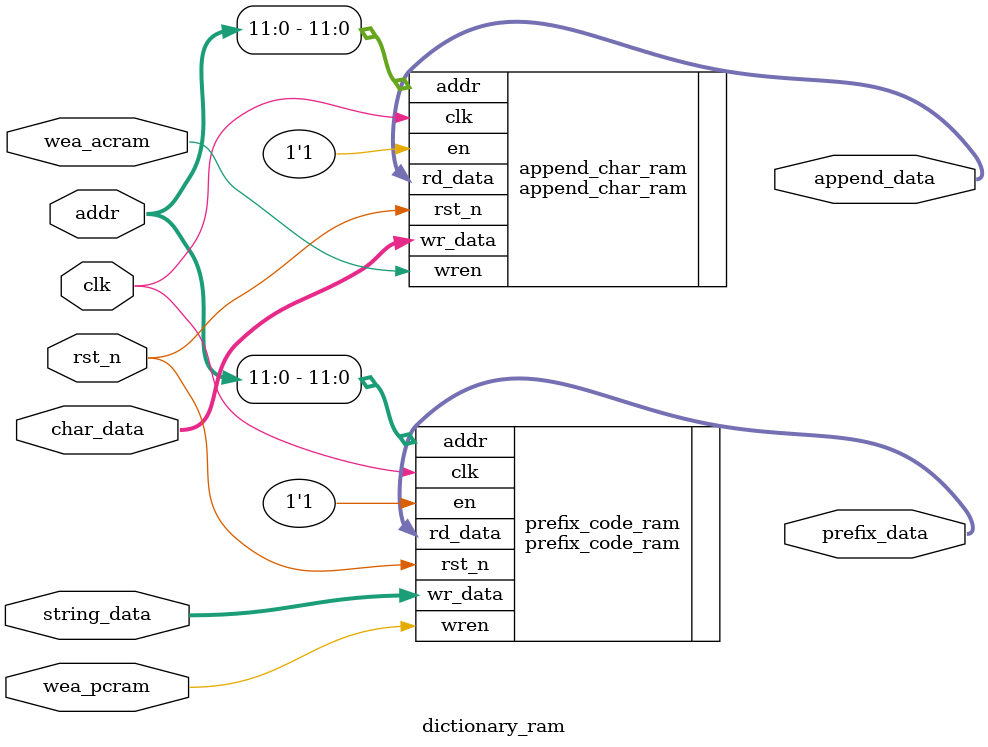
<source format=v>

  /****************************************************************************
   Dictionary RAM.
  ****************************************************************************/
module dictionary_ram (
  // Outputs
       prefix_data,
       append_data,
  // Inputs
       wea_acram,
       wea_pcram,
       addr,
       char_data,
       string_data,
       clk, 
       rst_n
);
   
  /****************************************************************************
   Outputs
  ****************************************************************************/
  output  [12:0] prefix_data;       // Prefix data
  output   [7:0] append_data;       // Append data
   
  /****************************************************************************
   Inputs
  ****************************************************************************/  
  input         wea_acram;          // Write Enable append char RAM port A  
  input         wea_pcram;          // Write Enable prefix code char RAM port A
  input  [12:0] addr;               // Address
  input   [7:0] char_data;          // Character data
  input  [12:0] string_data;        // String data
  input         clk;                // System clock
  input         rst_n;              // System reset, active low
  
  /****************************************************************************
   Internal declarations
  ****************************************************************************/   
  wire    [12:0] prefix_data;       // Prefix data
  wire     [7:0] append_data;       // Append data
 
  /****************************************************************************
   Instance the prefix code RAM
  ****************************************************************************/
  prefix_code_ram prefix_code_ram (
    // Outputs
         .rd_data     (prefix_data),
    // Inputs
         .wren        (wea_pcram),
         .en          (1'b1),
         .addr        (addr[11:0]),
         .wr_data     (string_data),
         .clk         (clk), 
         .rst_n       (rst_n)
  );
  
  /****************************************************************************
   Instance the append character RAM
  ****************************************************************************/
  append_char_ram append_char_ram (
    // Outputs
         .rd_data     (append_data),
    // Inputs
         .wren        (wea_acram),
         .en          (1'b1),
         .addr        (addr[11:0]),
         .wr_data     (char_data),
         .clk         (clk), 
         .rst_n       (rst_n)
  );
  

endmodule // dictionary_ram 
</source>
